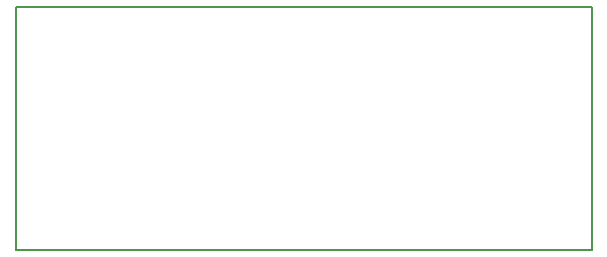
<source format=gbr>
G04 #@! TF.GenerationSoftware,KiCad,Pcbnew,(5.0.1)-4*
G04 #@! TF.CreationDate,2019-03-25T10:39:43-07:00*
G04 #@! TF.ProjectId,SysButtons,537973427574746F6E732E6B69636164,rev?*
G04 #@! TF.SameCoordinates,Original*
G04 #@! TF.FileFunction,Profile,NP*
%FSLAX46Y46*%
G04 Gerber Fmt 4.6, Leading zero omitted, Abs format (unit mm)*
G04 Created by KiCad (PCBNEW (5.0.1)-4) date 3/25/2019 10:39:43 AM*
%MOMM*%
%LPD*%
G01*
G04 APERTURE LIST*
%ADD10C,0.200000*%
G04 APERTURE END LIST*
D10*
X169926000Y-45466000D02*
X169926000Y-66040000D01*
X121158000Y-45466000D02*
X169926000Y-45466000D01*
X121158000Y-66040000D02*
X121158000Y-45466000D01*
X169926000Y-66040000D02*
X121158000Y-66040000D01*
M02*

</source>
